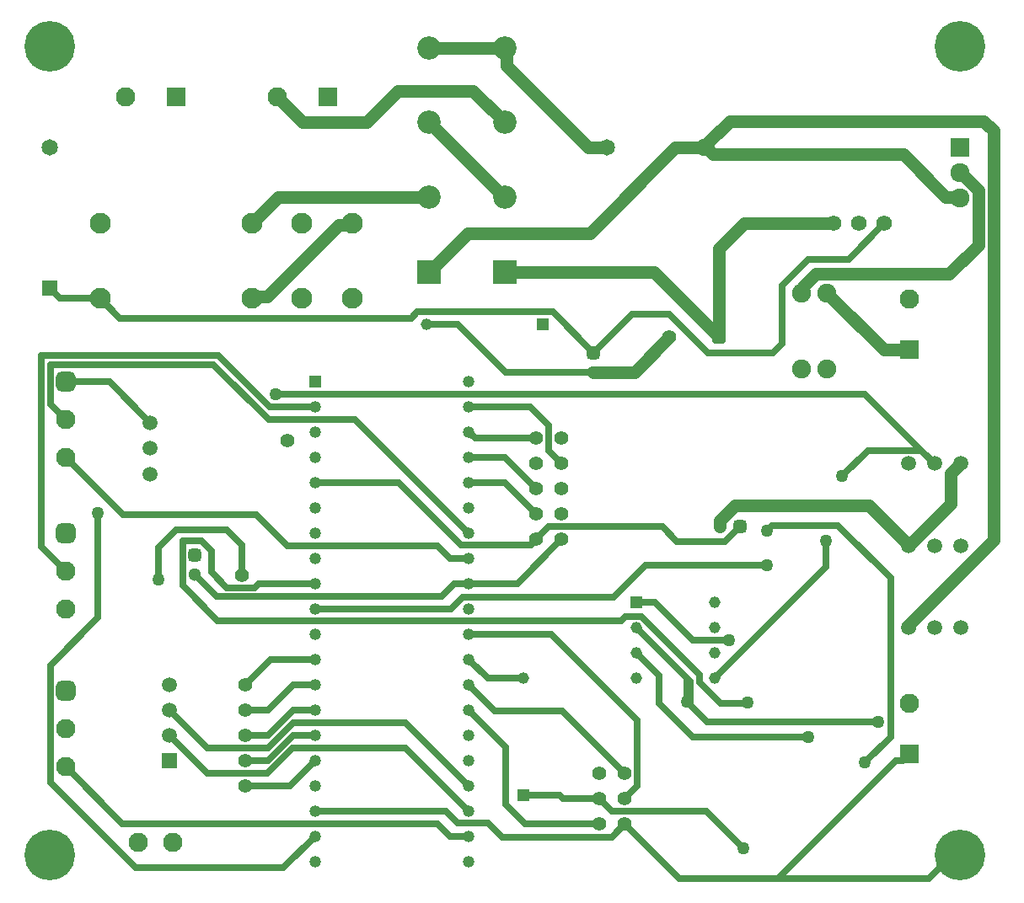
<source format=gbr>
%TF.GenerationSoftware,Altium Limited,Altium Designer,22.4.2 (48)*%
G04 Layer_Physical_Order=2*
G04 Layer_Color=16711680*
%FSLAX26Y26*%
%MOIN*%
%TF.SameCoordinates,DD4E5991-19CE-4C14-B0C1-6D61C62B9851*%
%TF.FilePolarity,Positive*%
%TF.FileFunction,Copper,L2,Bot,Signal*%
%TF.Part,Single*%
G01*
G75*
%TA.AperFunction,Conductor*%
%ADD18C,0.050000*%
%ADD19C,0.025000*%
%TA.AperFunction,ComponentPad*%
%ADD23C,0.055118*%
%TA.AperFunction,ViaPad*%
%ADD24C,0.200000*%
%TA.AperFunction,ComponentPad*%
%ADD25C,0.055000*%
G04:AMPARAMS|DCode=26|XSize=51.181mil|YSize=51.181mil|CornerRadius=12.795mil|HoleSize=0mil|Usage=FLASHONLY|Rotation=90.000|XOffset=0mil|YOffset=0mil|HoleType=Round|Shape=RoundedRectangle|*
%AMROUNDEDRECTD26*
21,1,0.051181,0.025591,0,0,90.0*
21,1,0.025591,0.051181,0,0,90.0*
1,1,0.025590,0.012795,0.012795*
1,1,0.025590,0.012795,-0.012795*
1,1,0.025590,-0.012795,-0.012795*
1,1,0.025590,-0.012795,0.012795*
%
%ADD26ROUNDEDRECTD26*%
%ADD27C,0.051181*%
%ADD28C,0.082677*%
%ADD29C,0.062008*%
%ADD30R,0.076772X0.076772*%
%ADD31C,0.076772*%
%ADD32C,0.045276*%
%ADD33R,0.045276X0.045276*%
%ADD34C,0.064961*%
%ADD35R,0.064961X0.064961*%
G04:AMPARAMS|DCode=36|XSize=55.118mil|YSize=55.118mil|CornerRadius=13.78mil|HoleSize=0mil|Usage=FLASHONLY|Rotation=0.000|XOffset=0mil|YOffset=0mil|HoleType=Round|Shape=RoundedRectangle|*
%AMROUNDEDRECTD36*
21,1,0.055118,0.027559,0,0,0.0*
21,1,0.027559,0.055118,0,0,0.0*
1,1,0.027559,0.013780,-0.013780*
1,1,0.027559,-0.013780,-0.013780*
1,1,0.027559,-0.013780,0.013780*
1,1,0.027559,0.013780,0.013780*
%
%ADD36ROUNDEDRECTD36*%
G04:AMPARAMS|DCode=37|XSize=64.961mil|YSize=64.961mil|CornerRadius=16.24mil|HoleSize=0mil|Usage=FLASHONLY|Rotation=0.000|XOffset=0mil|YOffset=0mil|HoleType=Round|Shape=RoundedRectangle|*
%AMROUNDEDRECTD37*
21,1,0.064961,0.032480,0,0,0.0*
21,1,0.032480,0.064961,0,0,0.0*
1,1,0.032480,0.016240,-0.016240*
1,1,0.032480,-0.016240,-0.016240*
1,1,0.032480,-0.016240,0.016240*
1,1,0.032480,0.016240,0.016240*
%
%ADD37ROUNDEDRECTD37*%
%ADD38C,0.092126*%
%ADD39R,0.092126X0.092126*%
%ADD40R,0.076772X0.076772*%
%ADD41R,0.045630X0.045630*%
%ADD42C,0.045630*%
G04:AMPARAMS|DCode=43|XSize=51.181mil|YSize=51.181mil|CornerRadius=12.795mil|HoleSize=0mil|Usage=FLASHONLY|Rotation=0.000|XOffset=0mil|YOffset=0mil|HoleType=Round|Shape=RoundedRectangle|*
%AMROUNDEDRECTD43*
21,1,0.051181,0.025591,0,0,0.0*
21,1,0.025591,0.051181,0,0,0.0*
1,1,0.025590,0.012795,-0.012795*
1,1,0.025590,-0.012795,-0.012795*
1,1,0.025590,-0.012795,0.012795*
1,1,0.025590,0.012795,0.012795*
%
%ADD43ROUNDEDRECTD43*%
%ADD44C,0.058779*%
%ADD45R,0.075591X0.075591*%
%ADD46C,0.075591*%
%ADD47C,0.075000*%
%ADD48C,0.046614*%
%ADD49R,0.046614X0.046614*%
G04:AMPARAMS|DCode=50|XSize=76.772mil|YSize=76.772mil|CornerRadius=19.193mil|HoleSize=0mil|Usage=FLASHONLY|Rotation=270.000|XOffset=0mil|YOffset=0mil|HoleType=Round|Shape=RoundedRectangle|*
%AMROUNDEDRECTD50*
21,1,0.076772,0.038386,0,0,270.0*
21,1,0.038386,0.076772,0,0,270.0*
1,1,0.038386,-0.019193,-0.019193*
1,1,0.038386,-0.019193,0.019193*
1,1,0.038386,0.019193,0.019193*
1,1,0.038386,0.019193,-0.019193*
%
%ADD50ROUNDEDRECTD50*%
%ADD51R,0.045276X0.045276*%
%ADD52C,0.059055*%
%ADD53R,0.059055X0.059055*%
%TA.AperFunction,ViaPad*%
%ADD54C,0.050000*%
D18*
X2909470Y1984000D02*
X3438638D01*
X3595958Y1826680D01*
X3597638Y1825000D02*
X3765000Y1992362D01*
X2850226Y1924756D02*
X2909470Y1984000D01*
X2850000Y1900000D02*
X2850226Y1900226D01*
Y1924756D01*
X3175000Y2825000D02*
X3179784Y2829784D01*
Y2849784D01*
X3230000Y2900000D01*
X3757000D01*
X3872000Y3015000D02*
Y3169052D01*
X3872795Y3169847D02*
Y3230153D01*
X3802948Y3300000D02*
X3872795Y3230153D01*
X3872000Y3169052D02*
X3872795Y3169847D01*
X3757000Y2900000D02*
X3872000Y3015000D01*
X3800000Y3300000D02*
X3802948D01*
X3932795Y1848157D02*
Y3466915D01*
X3599318Y1514680D02*
X3932795Y1848157D01*
X3893711Y3506000D02*
X3932795Y3466915D01*
X2796850Y3400000D02*
X2804330Y3407480D01*
Y3420480D02*
X2889850Y3506000D01*
X3597638Y1500000D02*
X3599318Y1501680D01*
X2889850Y3506000D02*
X3893711D01*
X2804330Y3407480D02*
Y3420480D01*
X3599318Y1501680D02*
Y1514680D01*
X2796850Y3400000D02*
X2823122Y3373728D01*
X3575272D02*
X3744742Y3204258D01*
X3795742D01*
X2823122Y3373728D02*
X3575272D01*
X3795742Y3204258D02*
X3800000Y3200000D01*
X2008060Y3723940D02*
Y3787216D01*
X2329137Y3402863D02*
X2400287D01*
X2008060Y3723940D02*
X2329137Y3402863D01*
X2000000Y3795276D02*
X2008060Y3787216D01*
X2400287Y3402863D02*
X2403150Y3400000D01*
X1700000Y3795276D02*
X2000000D01*
X1852552Y3062000D02*
X2337000D01*
X2675000Y3400000D02*
X2796850D01*
X2337000Y3062000D02*
X2675000Y3400000D01*
X1700000Y2909448D02*
X1852552Y3062000D01*
X1005402Y2810126D02*
X1059126D01*
X1342748Y3093748D02*
X1390598D01*
X1000000Y2804724D02*
X1005402Y2810126D01*
X1390598Y3093748D02*
X1396850Y3100000D01*
X1059126Y2810126D02*
X1342748Y3093748D01*
X1000000Y3100000D02*
X1104724Y3204724D01*
X1700000D01*
X1100000Y3600000D02*
X1200000Y3500000D01*
X1452000D01*
X1577000Y3625000D01*
X1875000D01*
X2000000Y3500000D01*
X1700000D02*
X1995276Y3204724D01*
X2000000Y2909448D02*
X2588978D01*
X2848426Y2650000D01*
Y3000000D01*
X2948426Y3100000D01*
X3300000D01*
X3765000Y2112638D02*
X3802362Y2150000D01*
X3765000Y1992362D02*
Y2112638D01*
X3500000Y2600000D02*
X3600000D01*
X3275000Y2825000D02*
X3500000Y2600000D01*
X2350000Y2510630D02*
X2512204D01*
X2651574Y2650000D01*
D19*
X3036000Y1884000D02*
X3058000Y1906000D01*
X3317000D02*
X3526000Y1697000D01*
X3058000Y1906000D02*
X3317000D01*
X3359000Y2959000D02*
X3500000Y3100000D01*
X3200000Y2959000D02*
X3359000D01*
X3096000Y2855000D02*
X3200000Y2959000D01*
X3096000Y2624000D02*
Y2855000D01*
X3060000Y2588000D02*
X3096000Y2624000D01*
X2804000Y2588000D02*
X3060000D01*
X2650000Y2742000D02*
X2804000Y2588000D01*
X2502630Y2742000D02*
X2650000D01*
X2350000Y2589370D02*
X2502630Y2742000D01*
X2956216Y1201216D02*
X2961000Y1206000D01*
X2899235Y1201000D02*
X2899452Y1201216D01*
X2956216D01*
X2853000Y1201000D02*
X2899235D01*
X2828740Y1300000D02*
X3271000Y1742260D01*
Y1844000D01*
X3081000Y509000D02*
X3546114Y974114D01*
X2475000Y725000D02*
X2691000Y509000D01*
X3081000D02*
X3677855D01*
X3546114Y974114D02*
X3574114D01*
X3600000Y1000000D01*
X3677855Y509000D02*
X3768855Y600000D01*
X2691000Y509000D02*
X3081000D01*
X3768855Y600000D02*
X3800000D01*
X2721000Y1300260D02*
X2733000Y1288260D01*
X2521260Y1500000D02*
X2721000Y1300260D01*
X2733000Y1196000D02*
Y1288260D01*
X3425000Y2425000D02*
X3648000Y2202000D01*
X2375000Y825000D02*
X2425000Y775000D01*
X2796000D01*
X2944000Y627000D01*
X240158Y2804724D02*
X399212D01*
X200000Y2844882D02*
X240158Y2804724D01*
X435828Y2475000D02*
X598032Y2312796D01*
X263188Y2475000D02*
X435828D01*
X1995276Y3204724D02*
X2000000D01*
X1932480Y1300000D02*
X2075000D01*
X1857480Y1375000D02*
X1932480Y1300000D01*
X2733000Y1196000D02*
X2800000Y1129000D01*
X3478000D01*
X1075000Y1375000D02*
X1250000D01*
X975000Y1275000D02*
X1075000Y1375000D01*
X1125000Y550000D02*
X1250000Y675000D01*
X541000Y550000D02*
X1125000D01*
X202000Y889000D02*
X541000Y550000D01*
X202000Y889000D02*
Y1353000D01*
X390000Y1541000D01*
Y1956000D01*
X202000Y2386188D02*
X263188Y2325000D01*
X202000Y2386188D02*
Y2543000D01*
X847854D01*
X1065854Y2325000D01*
X1407480D01*
X1857480Y1875000D01*
X1882480Y2250000D02*
X2125000D01*
X1857480Y2275000D02*
X1882480Y2250000D01*
X1857480Y2375000D02*
X2100000D01*
X2175000Y2300000D01*
Y2200000D02*
Y2300000D01*
Y2200000D02*
X2225000Y2150000D01*
X1025808Y1675000D02*
X1250000D01*
X1010000Y1659192D02*
X1025808Y1675000D01*
X901562Y1659192D02*
X1010000D01*
X840000Y1720754D02*
X901562Y1659192D01*
X840000Y1720754D02*
Y1806000D01*
X800000Y1846000D02*
X840000Y1806000D01*
X726000Y1846000D02*
X800000D01*
X726000Y1668000D02*
Y1846000D01*
Y1668000D02*
X865000Y1529000D01*
X2459000D01*
X2476000Y1546000D01*
X2539348D01*
X2770000Y1315348D01*
Y1284000D02*
Y1315348D01*
Y1284000D02*
X2853000Y1201000D01*
X1250000Y1575000D02*
X1786000D01*
X1832000Y1621000D01*
X2430000D01*
X2558000Y1749000D01*
X3036000D01*
X3526000Y1069000D02*
Y1697000D01*
X3424000Y967000D02*
X3526000Y1069000D01*
X2744266Y1450000D02*
X2887000D01*
X2594266Y1600000D02*
X2744266Y1450000D01*
X2521260Y1600000D02*
X2594266D01*
X1093000Y2425000D02*
X3425000D01*
X2050000Y1675000D02*
X2225000Y1850000D01*
X1857480Y1675000D02*
X2050000D01*
X1800672D02*
X1857480D01*
X1749864Y1624192D02*
X1800672Y1675000D01*
X861438Y1624192D02*
X1749864D01*
X775000Y1710630D02*
X861438Y1624192D01*
X2228000Y1172000D02*
X2475000Y925000D01*
X1960480Y1172000D02*
X2228000D01*
X1857480Y1275000D02*
X1960480Y1172000D01*
X2079000Y725000D02*
X2375000D01*
X2004000Y800000D02*
X2079000Y725000D01*
X2004000Y800000D02*
Y1028480D01*
X1857480Y1175000D02*
X2004000Y1028480D01*
X1857480Y1475000D02*
X2184000D01*
X2525000Y1134000D01*
Y875000D02*
Y1134000D01*
X2475000Y825000D02*
X2525000Y875000D01*
X1785022Y1775000D02*
X1857480D01*
X1735022Y1825000D02*
X1785022Y1775000D01*
X1139000Y1825000D02*
X1735022D01*
X1017000Y1947000D02*
X1139000Y1825000D01*
X491188Y1947000D02*
X1017000D01*
X263188Y2175000D02*
X491188Y1947000D01*
X167000Y1821188D02*
X263188Y1725000D01*
X167000Y1821188D02*
Y2578000D01*
X867000D01*
X1070000Y2375000D01*
X1250000D01*
X2742000Y1067000D02*
X3200630D01*
X2609000Y1200000D02*
X2742000Y1067000D01*
X2609000Y1200000D02*
Y1312260D01*
X2521260Y1400000D02*
X2609000Y1312260D01*
X631000Y1691000D02*
Y1819000D01*
X700000Y1888000D01*
X900000D01*
X959448Y1828552D01*
Y1709252D02*
Y1828552D01*
X263188Y950000D02*
X488188Y725000D01*
X1732086D01*
X1782086Y675000D01*
X1857480D01*
X2423000Y673000D02*
X2475000Y725000D01*
X1989000Y673000D02*
X2423000D01*
X1933000Y729000D02*
X1989000Y673000D01*
X1812000Y729000D02*
X1933000D01*
X1766000Y775000D02*
X1812000Y729000D01*
X1250000Y775000D02*
X1766000D01*
X2721000Y1207000D02*
Y1300260D01*
X399212Y2804724D02*
X477936Y2726000D01*
X1631000D01*
X1655000Y2750000D01*
X2189370D01*
X2350000Y2589370D01*
X2000000Y2075000D02*
X2125000Y1950000D01*
X1857480Y2075000D02*
X2000000D01*
Y2175000D02*
X2125000Y2050000D01*
X1857480Y2175000D02*
X2000000D01*
X2871740Y1843000D02*
X2928740Y1900000D01*
X2680000Y1843000D02*
X2871740D01*
X2623000Y1900000D02*
X2680000Y1843000D01*
X2175000Y1900000D02*
X2623000D01*
X2125000Y1850000D02*
X2175000Y1900000D01*
X3335000Y2100000D02*
X3437000Y2202000D01*
X3648000D01*
X3700000Y2150000D01*
X1689370Y2700000D02*
X1815000D01*
X2004370Y2510630D01*
X2350000D01*
X2104192Y1829192D02*
X2125000Y1850000D01*
X1826808Y1829192D02*
X2104192D01*
X1581000Y2075000D02*
X1826808Y1829192D01*
X1250000Y2075000D02*
X1581000D01*
X975000Y1075000D02*
X1062000D01*
X1162000Y1175000D01*
X1250000D01*
X975000Y875000D02*
X1150000D01*
X1250000Y975000D01*
X1607480Y1125000D02*
X1857480Y875000D01*
X1162000Y1125000D02*
X1607480D01*
X1062000Y1025000D02*
X1162000Y1125000D01*
X825000Y1025000D02*
X1062000D01*
X675000Y1175000D02*
X825000Y1025000D01*
X1607480D02*
X1857480Y775000D01*
X1161498Y1025000D02*
X1607480D01*
X1061498Y925000D02*
X1161498Y1025000D01*
X825000Y925000D02*
X1061498D01*
X675000Y1075000D02*
X825000Y925000D01*
X1162000Y1275000D02*
X1250000D01*
X1062000Y1175000D02*
X1162000Y1275000D01*
X975000Y1175000D02*
X1062000D01*
X1162000Y1075000D02*
X1250000D01*
X1062000Y975000D02*
X1162000Y1075000D01*
X975000Y975000D02*
X1062000D01*
X2231370Y825000D02*
X2375000D01*
X2217000Y839370D02*
X2231370Y825000D01*
X2075000Y839370D02*
X2217000D01*
D23*
X959448Y1709252D02*
D03*
X1140552Y2240748D02*
D03*
X2651574Y2650000D02*
D03*
D24*
X200000Y3800000D02*
D03*
X3800000D02*
D03*
Y600000D02*
D03*
X200000D02*
D03*
D25*
X2125000Y1850000D02*
D03*
Y1950000D02*
D03*
Y2050000D02*
D03*
Y2150000D02*
D03*
Y2250000D02*
D03*
X2225000D02*
D03*
Y2150000D02*
D03*
Y2050000D02*
D03*
Y1950000D02*
D03*
Y1850000D02*
D03*
X975000Y875000D02*
D03*
Y975000D02*
D03*
Y1075000D02*
D03*
Y1175000D02*
D03*
Y1275000D02*
D03*
X2475000Y725000D02*
D03*
Y825000D02*
D03*
Y925000D02*
D03*
X2375000D02*
D03*
Y825000D02*
D03*
Y725000D02*
D03*
D26*
X775000Y1789370D02*
D03*
X2350000Y2589370D02*
D03*
D27*
X775000Y1710630D02*
D03*
X2350000Y2510630D02*
D03*
X2850000Y1900000D02*
D03*
D28*
X399212Y3100000D02*
D03*
X1000000D02*
D03*
X1198426D02*
D03*
X1396850D02*
D03*
Y2804724D02*
D03*
X1198426D02*
D03*
X1000000D02*
D03*
X399212D02*
D03*
D29*
X3500000Y3100000D02*
D03*
X3400000D02*
D03*
X3300000D02*
D03*
D30*
X700000Y3600000D02*
D03*
X1300000D02*
D03*
D31*
X500000D02*
D03*
X1100000D02*
D03*
X3600000Y1200000D02*
D03*
Y2800000D02*
D03*
X263188Y1575000D02*
D03*
Y1725000D02*
D03*
X687796Y650000D02*
D03*
X550000D02*
D03*
X263188Y2175000D02*
D03*
Y2325000D02*
D03*
Y950000D02*
D03*
Y1100000D02*
D03*
D32*
X1689370Y2700000D02*
D03*
X2075000Y1300000D02*
D03*
D33*
X2150000Y2700000D02*
D03*
D34*
X200000Y3400000D02*
D03*
X2403150D02*
D03*
D35*
X200000Y2844882D02*
D03*
D36*
X2848426Y2650000D02*
D03*
D37*
X2796850Y3400000D02*
D03*
D38*
X1700000Y3795276D02*
D03*
Y3500000D02*
D03*
Y3204724D02*
D03*
X2000000Y3795276D02*
D03*
Y3500000D02*
D03*
Y3204724D02*
D03*
D39*
X1700000Y2909448D02*
D03*
X2000000D02*
D03*
D40*
X3600000Y1000000D02*
D03*
Y2600000D02*
D03*
D41*
X2521260Y1600000D02*
D03*
D42*
Y1500000D02*
D03*
Y1400000D02*
D03*
Y1300000D02*
D03*
X2828740D02*
D03*
Y1400000D02*
D03*
Y1500000D02*
D03*
Y1600000D02*
D03*
D43*
X2928740Y1900000D02*
D03*
D44*
X3597638Y1500000D02*
D03*
X3700000D02*
D03*
X3802362D02*
D03*
Y1825000D02*
D03*
X3700000D02*
D03*
X3597638D02*
D03*
Y2150000D02*
D03*
X3700000D02*
D03*
X3802362D02*
D03*
X598032Y2108070D02*
D03*
Y2210434D02*
D03*
Y2312796D02*
D03*
D45*
X3800000Y3400000D02*
D03*
D46*
Y3300000D02*
D03*
Y3200000D02*
D03*
D47*
X3175000Y2825000D02*
D03*
X3275000D02*
D03*
Y2525000D02*
D03*
X3175000D02*
D03*
D48*
X1857480Y2475000D02*
D03*
Y2375000D02*
D03*
Y2275000D02*
D03*
Y2175000D02*
D03*
Y2075000D02*
D03*
Y1975000D02*
D03*
Y1875000D02*
D03*
Y1775000D02*
D03*
Y1675000D02*
D03*
Y1575000D02*
D03*
Y1475000D02*
D03*
Y1375000D02*
D03*
Y1275000D02*
D03*
Y1175000D02*
D03*
Y1075000D02*
D03*
Y975000D02*
D03*
Y875000D02*
D03*
Y775000D02*
D03*
Y675000D02*
D03*
Y575000D02*
D03*
X1250000D02*
D03*
Y675000D02*
D03*
Y775000D02*
D03*
Y875000D02*
D03*
Y975000D02*
D03*
Y1075000D02*
D03*
Y1175000D02*
D03*
Y1275000D02*
D03*
Y1375000D02*
D03*
Y1475000D02*
D03*
Y1575000D02*
D03*
Y1675000D02*
D03*
Y1775000D02*
D03*
Y1875000D02*
D03*
Y1975000D02*
D03*
Y2075000D02*
D03*
Y2175000D02*
D03*
Y2275000D02*
D03*
Y2375000D02*
D03*
D49*
Y2475000D02*
D03*
D50*
X263188Y1875000D02*
D03*
Y2475000D02*
D03*
Y1250000D02*
D03*
D51*
X2075000Y839370D02*
D03*
D52*
X675000Y1275000D02*
D03*
Y1175000D02*
D03*
Y1075000D02*
D03*
D53*
Y975000D02*
D03*
D54*
X2961000Y1206000D02*
D03*
X3271000Y1844000D02*
D03*
X2944000Y627000D02*
D03*
X3478000Y1129000D02*
D03*
X390000Y1956000D02*
D03*
X3036000Y1749000D02*
D03*
Y1884000D02*
D03*
X3424000Y967000D02*
D03*
X2887000Y1450000D02*
D03*
X1093000Y2425000D02*
D03*
X3200630Y1067000D02*
D03*
X631000Y1691000D02*
D03*
X2721000Y1207000D02*
D03*
X3335000Y2100000D02*
D03*
%TF.MD5,176d8d4a9044b17694668e28b4fe435f*%
M02*

</source>
